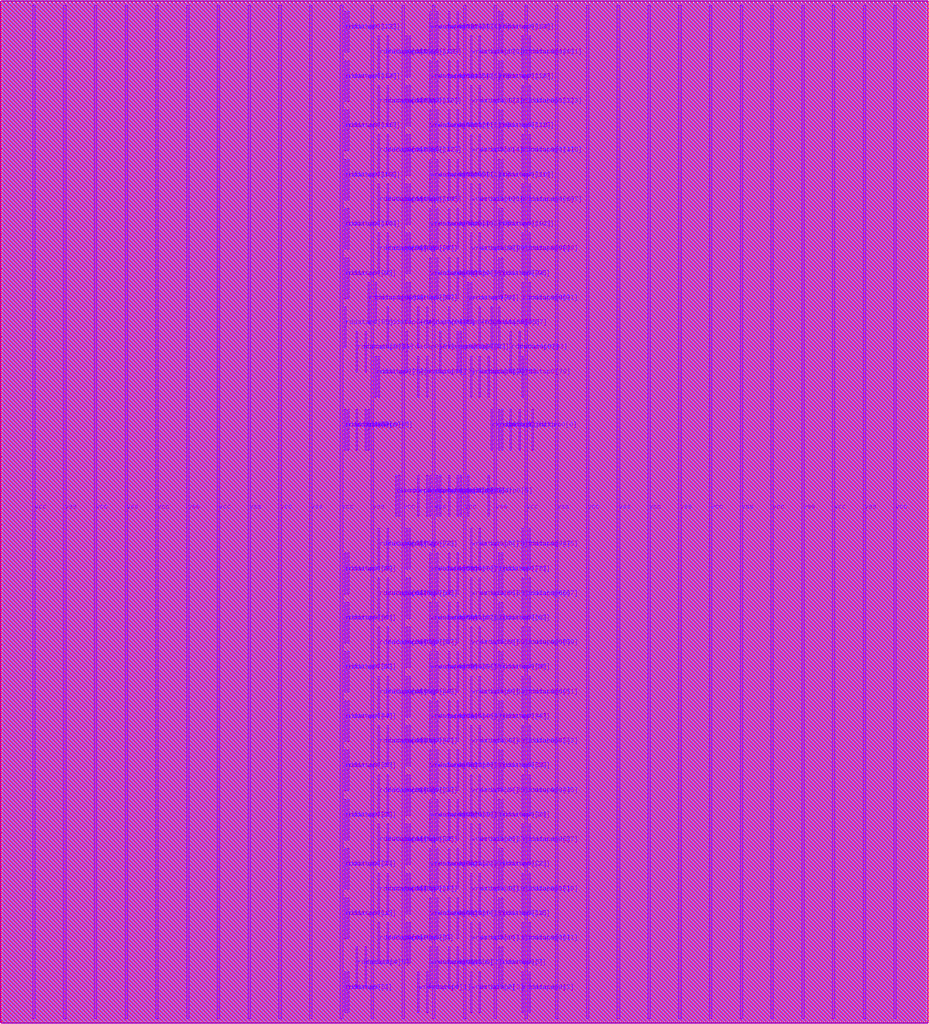
<source format=lef>
VERSION 5.8 ;
BUSBITCHARS "[]" ;
DIVIDERCHAR "/" ;

UNITS
  DATABASE MICRONS 4000 ;
END UNITS

MANUFACTURINGGRID 0.0005 ;

MACRO arf132b064e1r1w0cbbehbaa4acw
  CLASS BLOCK ;
  ORIGIN 0 0 ;
  FOREIGN arf132b064e1r1w0cbbehbaa4acw 0 0 ;
  SIZE 27 BY 29.76 ;
  PIN ckrdp0
    DIRECTION INPUT ;
    USE SIGNAL ;
    PORT
      LAYER m7 ;
        RECT 14.272 16.68 14.316 17.88 ;
    END
  END ckrdp0
  PIN ckwrp0
    DIRECTION INPUT ;
    USE SIGNAL ;
    PORT
      LAYER m7 ;
        RECT 11.484 14.76 11.528 15.96 ;
    END
  END ckwrp0
  PIN rdaddrp0[0]
    DIRECTION INPUT ;
    USE SIGNAL ;
    PORT
      LAYER m7 ;
        RECT 15.472 16.68 15.516 17.88 ;
    END
  END rdaddrp0[0]
  PIN rdaddrp0[1]
    DIRECTION INPUT ;
    USE SIGNAL ;
    PORT
      LAYER m7 ;
        RECT 9.984 16.68 10.028 17.88 ;
    END
  END rdaddrp0[1]
  PIN rdaddrp0[2]
    DIRECTION INPUT ;
    USE SIGNAL ;
    PORT
      LAYER m7 ;
        RECT 10.072 16.68 10.116 17.88 ;
    END
  END rdaddrp0[2]
  PIN rdaddrp0[3]
    DIRECTION INPUT ;
    USE SIGNAL ;
    PORT
      LAYER m7 ;
        RECT 10.328 16.68 10.372 17.88 ;
    END
  END rdaddrp0[3]
  PIN rdaddrp0[4]
    DIRECTION INPUT ;
    USE SIGNAL ;
    PORT
      LAYER m7 ;
        RECT 10.584 16.68 10.628 17.88 ;
    END
  END rdaddrp0[4]
  PIN rdaddrp0[5]
    DIRECTION INPUT ;
    USE SIGNAL ;
    PORT
      LAYER m7 ;
        RECT 10.672 16.68 10.716 17.88 ;
    END
  END rdaddrp0[5]
  PIN rdaddrp0_fd
    DIRECTION INPUT ;
    USE SIGNAL ;
    PORT
      LAYER m7 ;
        RECT 14.484 16.68 14.528 17.88 ;
    END
  END rdaddrp0_fd
  PIN rdaddrp0_rd
    DIRECTION INPUT ;
    USE SIGNAL ;
    PORT
      LAYER m7 ;
        RECT 14.572 16.68 14.616 17.88 ;
    END
  END rdaddrp0_rd
  PIN rddatap0[0]
    DIRECTION OUTPUT ;
    USE SIGNAL ;
    PORT
      LAYER m7 ;
        RECT 9.984 0.24 10.028 1.44 ;
    END
  END rddatap0[0]
  PIN rddatap0[100]
    DIRECTION OUTPUT ;
    USE SIGNAL ;
    PORT
      LAYER m7 ;
        RECT 9.984 22.56 10.028 23.76 ;
    END
  END rddatap0[100]
  PIN rddatap0[101]
    DIRECTION OUTPUT ;
    USE SIGNAL ;
    PORT
      LAYER m7 ;
        RECT 10.072 22.56 10.116 23.76 ;
    END
  END rddatap0[101]
  PIN rddatap0[102]
    DIRECTION OUTPUT ;
    USE SIGNAL ;
    PORT
      LAYER m7 ;
        RECT 14.484 22.56 14.528 23.76 ;
    END
  END rddatap0[102]
  PIN rddatap0[103]
    DIRECTION OUTPUT ;
    USE SIGNAL ;
    PORT
      LAYER m7 ;
        RECT 14.572 22.56 14.616 23.76 ;
    END
  END rddatap0[103]
  PIN rddatap0[104]
    DIRECTION OUTPUT ;
    USE SIGNAL ;
    PORT
      LAYER m7 ;
        RECT 10.972 23.28 11.016 24.48 ;
    END
  END rddatap0[104]
  PIN rddatap0[105]
    DIRECTION OUTPUT ;
    USE SIGNAL ;
    PORT
      LAYER m7 ;
        RECT 11.228 23.28 11.272 24.48 ;
    END
  END rddatap0[105]
  PIN rddatap0[106]
    DIRECTION OUTPUT ;
    USE SIGNAL ;
    PORT
      LAYER m7 ;
        RECT 15.172 23.28 15.216 24.48 ;
    END
  END rddatap0[106]
  PIN rddatap0[107]
    DIRECTION OUTPUT ;
    USE SIGNAL ;
    PORT
      LAYER m7 ;
        RECT 15.384 23.28 15.428 24.48 ;
    END
  END rddatap0[107]
  PIN rddatap0[108]
    DIRECTION OUTPUT ;
    USE SIGNAL ;
    PORT
      LAYER m7 ;
        RECT 9.984 24 10.028 25.2 ;
    END
  END rddatap0[108]
  PIN rddatap0[109]
    DIRECTION OUTPUT ;
    USE SIGNAL ;
    PORT
      LAYER m7 ;
        RECT 10.072 24 10.116 25.2 ;
    END
  END rddatap0[109]
  PIN rddatap0[10]
    DIRECTION OUTPUT ;
    USE SIGNAL ;
    PORT
      LAYER m7 ;
        RECT 15.172 1.68 15.216 2.88 ;
    END
  END rddatap0[10]
  PIN rddatap0[110]
    DIRECTION OUTPUT ;
    USE SIGNAL ;
    PORT
      LAYER m7 ;
        RECT 14.484 24 14.528 25.2 ;
    END
  END rddatap0[110]
  PIN rddatap0[111]
    DIRECTION OUTPUT ;
    USE SIGNAL ;
    PORT
      LAYER m7 ;
        RECT 14.572 24 14.616 25.2 ;
    END
  END rddatap0[111]
  PIN rddatap0[112]
    DIRECTION OUTPUT ;
    USE SIGNAL ;
    PORT
      LAYER m7 ;
        RECT 10.972 24.72 11.016 25.92 ;
    END
  END rddatap0[112]
  PIN rddatap0[113]
    DIRECTION OUTPUT ;
    USE SIGNAL ;
    PORT
      LAYER m7 ;
        RECT 11.228 24.72 11.272 25.92 ;
    END
  END rddatap0[113]
  PIN rddatap0[114]
    DIRECTION OUTPUT ;
    USE SIGNAL ;
    PORT
      LAYER m7 ;
        RECT 15.172 24.72 15.216 25.92 ;
    END
  END rddatap0[114]
  PIN rddatap0[115]
    DIRECTION OUTPUT ;
    USE SIGNAL ;
    PORT
      LAYER m7 ;
        RECT 15.384 24.72 15.428 25.92 ;
    END
  END rddatap0[115]
  PIN rddatap0[116]
    DIRECTION OUTPUT ;
    USE SIGNAL ;
    PORT
      LAYER m7 ;
        RECT 9.984 25.44 10.028 26.64 ;
    END
  END rddatap0[116]
  PIN rddatap0[117]
    DIRECTION OUTPUT ;
    USE SIGNAL ;
    PORT
      LAYER m7 ;
        RECT 10.072 25.44 10.116 26.64 ;
    END
  END rddatap0[117]
  PIN rddatap0[118]
    DIRECTION OUTPUT ;
    USE SIGNAL ;
    PORT
      LAYER m7 ;
        RECT 14.484 25.44 14.528 26.64 ;
    END
  END rddatap0[118]
  PIN rddatap0[119]
    DIRECTION OUTPUT ;
    USE SIGNAL ;
    PORT
      LAYER m7 ;
        RECT 14.572 25.44 14.616 26.64 ;
    END
  END rddatap0[119]
  PIN rddatap0[11]
    DIRECTION OUTPUT ;
    USE SIGNAL ;
    PORT
      LAYER m7 ;
        RECT 15.384 1.68 15.428 2.88 ;
    END
  END rddatap0[11]
  PIN rddatap0[120]
    DIRECTION OUTPUT ;
    USE SIGNAL ;
    PORT
      LAYER m7 ;
        RECT 10.972 26.16 11.016 27.36 ;
    END
  END rddatap0[120]
  PIN rddatap0[121]
    DIRECTION OUTPUT ;
    USE SIGNAL ;
    PORT
      LAYER m7 ;
        RECT 11.228 26.16 11.272 27.36 ;
    END
  END rddatap0[121]
  PIN rddatap0[122]
    DIRECTION OUTPUT ;
    USE SIGNAL ;
    PORT
      LAYER m7 ;
        RECT 15.172 26.16 15.216 27.36 ;
    END
  END rddatap0[122]
  PIN rddatap0[123]
    DIRECTION OUTPUT ;
    USE SIGNAL ;
    PORT
      LAYER m7 ;
        RECT 15.384 26.16 15.428 27.36 ;
    END
  END rddatap0[123]
  PIN rddatap0[124]
    DIRECTION OUTPUT ;
    USE SIGNAL ;
    PORT
      LAYER m7 ;
        RECT 9.984 26.88 10.028 28.08 ;
    END
  END rddatap0[124]
  PIN rddatap0[125]
    DIRECTION OUTPUT ;
    USE SIGNAL ;
    PORT
      LAYER m7 ;
        RECT 10.072 26.88 10.116 28.08 ;
    END
  END rddatap0[125]
  PIN rddatap0[126]
    DIRECTION OUTPUT ;
    USE SIGNAL ;
    PORT
      LAYER m7 ;
        RECT 14.484 26.88 14.528 28.08 ;
    END
  END rddatap0[126]
  PIN rddatap0[127]
    DIRECTION OUTPUT ;
    USE SIGNAL ;
    PORT
      LAYER m7 ;
        RECT 14.572 26.88 14.616 28.08 ;
    END
  END rddatap0[127]
  PIN rddatap0[128]
    DIRECTION OUTPUT ;
    USE SIGNAL ;
    PORT
      LAYER m7 ;
        RECT 10.972 27.6 11.016 28.8 ;
    END
  END rddatap0[128]
  PIN rddatap0[129]
    DIRECTION OUTPUT ;
    USE SIGNAL ;
    PORT
      LAYER m7 ;
        RECT 11.228 27.6 11.272 28.8 ;
    END
  END rddatap0[129]
  PIN rddatap0[12]
    DIRECTION OUTPUT ;
    USE SIGNAL ;
    PORT
      LAYER m7 ;
        RECT 9.984 2.4 10.028 3.6 ;
    END
  END rddatap0[12]
  PIN rddatap0[130]
    DIRECTION OUTPUT ;
    USE SIGNAL ;
    PORT
      LAYER m7 ;
        RECT 15.172 27.6 15.216 28.8 ;
    END
  END rddatap0[130]
  PIN rddatap0[131]
    DIRECTION OUTPUT ;
    USE SIGNAL ;
    PORT
      LAYER m7 ;
        RECT 15.384 27.6 15.428 28.8 ;
    END
  END rddatap0[131]
  PIN rddatap0[132]
    DIRECTION OUTPUT ;
    USE SIGNAL ;
    PORT
      LAYER m7 ;
        RECT 9.984 28.32 10.028 29.52 ;
    END
  END rddatap0[132]
  PIN rddatap0[133]
    DIRECTION OUTPUT ;
    USE SIGNAL ;
    PORT
      LAYER m7 ;
        RECT 10.072 28.32 10.116 29.52 ;
    END
  END rddatap0[133]
  PIN rddatap0[134]
    DIRECTION OUTPUT ;
    USE SIGNAL ;
    PORT
      LAYER m7 ;
        RECT 14.484 28.32 14.528 29.52 ;
    END
  END rddatap0[134]
  PIN rddatap0[135]
    DIRECTION OUTPUT ;
    USE SIGNAL ;
    PORT
      LAYER m7 ;
        RECT 14.572 28.32 14.616 29.52 ;
    END
  END rddatap0[135]
  PIN rddatap0[13]
    DIRECTION OUTPUT ;
    USE SIGNAL ;
    PORT
      LAYER m7 ;
        RECT 10.072 2.4 10.116 3.6 ;
    END
  END rddatap0[13]
  PIN rddatap0[14]
    DIRECTION OUTPUT ;
    USE SIGNAL ;
    PORT
      LAYER m7 ;
        RECT 14.484 2.4 14.528 3.6 ;
    END
  END rddatap0[14]
  PIN rddatap0[15]
    DIRECTION OUTPUT ;
    USE SIGNAL ;
    PORT
      LAYER m7 ;
        RECT 14.572 2.4 14.616 3.6 ;
    END
  END rddatap0[15]
  PIN rddatap0[16]
    DIRECTION OUTPUT ;
    USE SIGNAL ;
    PORT
      LAYER m7 ;
        RECT 10.972 3.12 11.016 4.32 ;
    END
  END rddatap0[16]
  PIN rddatap0[17]
    DIRECTION OUTPUT ;
    USE SIGNAL ;
    PORT
      LAYER m7 ;
        RECT 11.228 3.12 11.272 4.32 ;
    END
  END rddatap0[17]
  PIN rddatap0[18]
    DIRECTION OUTPUT ;
    USE SIGNAL ;
    PORT
      LAYER m7 ;
        RECT 15.172 3.12 15.216 4.32 ;
    END
  END rddatap0[18]
  PIN rddatap0[19]
    DIRECTION OUTPUT ;
    USE SIGNAL ;
    PORT
      LAYER m7 ;
        RECT 15.384 3.12 15.428 4.32 ;
    END
  END rddatap0[19]
  PIN rddatap0[1]
    DIRECTION OUTPUT ;
    USE SIGNAL ;
    PORT
      LAYER m7 ;
        RECT 10.072 0.24 10.116 1.44 ;
    END
  END rddatap0[1]
  PIN rddatap0[20]
    DIRECTION OUTPUT ;
    USE SIGNAL ;
    PORT
      LAYER m7 ;
        RECT 9.984 3.84 10.028 5.04 ;
    END
  END rddatap0[20]
  PIN rddatap0[21]
    DIRECTION OUTPUT ;
    USE SIGNAL ;
    PORT
      LAYER m7 ;
        RECT 10.072 3.84 10.116 5.04 ;
    END
  END rddatap0[21]
  PIN rddatap0[22]
    DIRECTION OUTPUT ;
    USE SIGNAL ;
    PORT
      LAYER m7 ;
        RECT 14.484 3.84 14.528 5.04 ;
    END
  END rddatap0[22]
  PIN rddatap0[23]
    DIRECTION OUTPUT ;
    USE SIGNAL ;
    PORT
      LAYER m7 ;
        RECT 14.572 3.84 14.616 5.04 ;
    END
  END rddatap0[23]
  PIN rddatap0[24]
    DIRECTION OUTPUT ;
    USE SIGNAL ;
    PORT
      LAYER m7 ;
        RECT 10.972 4.56 11.016 5.76 ;
    END
  END rddatap0[24]
  PIN rddatap0[25]
    DIRECTION OUTPUT ;
    USE SIGNAL ;
    PORT
      LAYER m7 ;
        RECT 11.228 4.56 11.272 5.76 ;
    END
  END rddatap0[25]
  PIN rddatap0[26]
    DIRECTION OUTPUT ;
    USE SIGNAL ;
    PORT
      LAYER m7 ;
        RECT 15.172 4.56 15.216 5.76 ;
    END
  END rddatap0[26]
  PIN rddatap0[27]
    DIRECTION OUTPUT ;
    USE SIGNAL ;
    PORT
      LAYER m7 ;
        RECT 15.384 4.56 15.428 5.76 ;
    END
  END rddatap0[27]
  PIN rddatap0[28]
    DIRECTION OUTPUT ;
    USE SIGNAL ;
    PORT
      LAYER m7 ;
        RECT 9.984 5.28 10.028 6.48 ;
    END
  END rddatap0[28]
  PIN rddatap0[29]
    DIRECTION OUTPUT ;
    USE SIGNAL ;
    PORT
      LAYER m7 ;
        RECT 10.072 5.28 10.116 6.48 ;
    END
  END rddatap0[29]
  PIN rddatap0[2]
    DIRECTION OUTPUT ;
    USE SIGNAL ;
    PORT
      LAYER m7 ;
        RECT 15.172 0.24 15.216 1.44 ;
    END
  END rddatap0[2]
  PIN rddatap0[30]
    DIRECTION OUTPUT ;
    USE SIGNAL ;
    PORT
      LAYER m7 ;
        RECT 14.484 5.28 14.528 6.48 ;
    END
  END rddatap0[30]
  PIN rddatap0[31]
    DIRECTION OUTPUT ;
    USE SIGNAL ;
    PORT
      LAYER m7 ;
        RECT 14.572 5.28 14.616 6.48 ;
    END
  END rddatap0[31]
  PIN rddatap0[32]
    DIRECTION OUTPUT ;
    USE SIGNAL ;
    PORT
      LAYER m7 ;
        RECT 10.972 6 11.016 7.2 ;
    END
  END rddatap0[32]
  PIN rddatap0[33]
    DIRECTION OUTPUT ;
    USE SIGNAL ;
    PORT
      LAYER m7 ;
        RECT 11.228 6 11.272 7.2 ;
    END
  END rddatap0[33]
  PIN rddatap0[34]
    DIRECTION OUTPUT ;
    USE SIGNAL ;
    PORT
      LAYER m7 ;
        RECT 15.172 6 15.216 7.2 ;
    END
  END rddatap0[34]
  PIN rddatap0[35]
    DIRECTION OUTPUT ;
    USE SIGNAL ;
    PORT
      LAYER m7 ;
        RECT 15.384 6 15.428 7.2 ;
    END
  END rddatap0[35]
  PIN rddatap0[36]
    DIRECTION OUTPUT ;
    USE SIGNAL ;
    PORT
      LAYER m7 ;
        RECT 9.984 6.72 10.028 7.92 ;
    END
  END rddatap0[36]
  PIN rddatap0[37]
    DIRECTION OUTPUT ;
    USE SIGNAL ;
    PORT
      LAYER m7 ;
        RECT 10.072 6.72 10.116 7.92 ;
    END
  END rddatap0[37]
  PIN rddatap0[38]
    DIRECTION OUTPUT ;
    USE SIGNAL ;
    PORT
      LAYER m7 ;
        RECT 14.484 6.72 14.528 7.92 ;
    END
  END rddatap0[38]
  PIN rddatap0[39]
    DIRECTION OUTPUT ;
    USE SIGNAL ;
    PORT
      LAYER m7 ;
        RECT 14.572 6.72 14.616 7.92 ;
    END
  END rddatap0[39]
  PIN rddatap0[3]
    DIRECTION OUTPUT ;
    USE SIGNAL ;
    PORT
      LAYER m7 ;
        RECT 15.384 0.24 15.428 1.44 ;
    END
  END rddatap0[3]
  PIN rddatap0[40]
    DIRECTION OUTPUT ;
    USE SIGNAL ;
    PORT
      LAYER m7 ;
        RECT 10.972 7.44 11.016 8.64 ;
    END
  END rddatap0[40]
  PIN rddatap0[41]
    DIRECTION OUTPUT ;
    USE SIGNAL ;
    PORT
      LAYER m7 ;
        RECT 11.228 7.44 11.272 8.64 ;
    END
  END rddatap0[41]
  PIN rddatap0[42]
    DIRECTION OUTPUT ;
    USE SIGNAL ;
    PORT
      LAYER m7 ;
        RECT 15.172 7.44 15.216 8.64 ;
    END
  END rddatap0[42]
  PIN rddatap0[43]
    DIRECTION OUTPUT ;
    USE SIGNAL ;
    PORT
      LAYER m7 ;
        RECT 15.384 7.44 15.428 8.64 ;
    END
  END rddatap0[43]
  PIN rddatap0[44]
    DIRECTION OUTPUT ;
    USE SIGNAL ;
    PORT
      LAYER m7 ;
        RECT 9.984 8.16 10.028 9.36 ;
    END
  END rddatap0[44]
  PIN rddatap0[45]
    DIRECTION OUTPUT ;
    USE SIGNAL ;
    PORT
      LAYER m7 ;
        RECT 10.072 8.16 10.116 9.36 ;
    END
  END rddatap0[45]
  PIN rddatap0[46]
    DIRECTION OUTPUT ;
    USE SIGNAL ;
    PORT
      LAYER m7 ;
        RECT 14.484 8.16 14.528 9.36 ;
    END
  END rddatap0[46]
  PIN rddatap0[47]
    DIRECTION OUTPUT ;
    USE SIGNAL ;
    PORT
      LAYER m7 ;
        RECT 14.572 8.16 14.616 9.36 ;
    END
  END rddatap0[47]
  PIN rddatap0[48]
    DIRECTION OUTPUT ;
    USE SIGNAL ;
    PORT
      LAYER m7 ;
        RECT 10.972 8.88 11.016 10.08 ;
    END
  END rddatap0[48]
  PIN rddatap0[49]
    DIRECTION OUTPUT ;
    USE SIGNAL ;
    PORT
      LAYER m7 ;
        RECT 11.228 8.88 11.272 10.08 ;
    END
  END rddatap0[49]
  PIN rddatap0[4]
    DIRECTION OUTPUT ;
    USE SIGNAL ;
    PORT
      LAYER m7 ;
        RECT 10.328 0.96 10.372 2.16 ;
    END
  END rddatap0[4]
  PIN rddatap0[50]
    DIRECTION OUTPUT ;
    USE SIGNAL ;
    PORT
      LAYER m7 ;
        RECT 15.172 8.88 15.216 10.08 ;
    END
  END rddatap0[50]
  PIN rddatap0[51]
    DIRECTION OUTPUT ;
    USE SIGNAL ;
    PORT
      LAYER m7 ;
        RECT 15.384 8.88 15.428 10.08 ;
    END
  END rddatap0[51]
  PIN rddatap0[52]
    DIRECTION OUTPUT ;
    USE SIGNAL ;
    PORT
      LAYER m7 ;
        RECT 9.984 9.6 10.028 10.8 ;
    END
  END rddatap0[52]
  PIN rddatap0[53]
    DIRECTION OUTPUT ;
    USE SIGNAL ;
    PORT
      LAYER m7 ;
        RECT 10.072 9.6 10.116 10.8 ;
    END
  END rddatap0[53]
  PIN rddatap0[54]
    DIRECTION OUTPUT ;
    USE SIGNAL ;
    PORT
      LAYER m7 ;
        RECT 14.484 9.6 14.528 10.8 ;
    END
  END rddatap0[54]
  PIN rddatap0[55]
    DIRECTION OUTPUT ;
    USE SIGNAL ;
    PORT
      LAYER m7 ;
        RECT 14.572 9.6 14.616 10.8 ;
    END
  END rddatap0[55]
  PIN rddatap0[56]
    DIRECTION OUTPUT ;
    USE SIGNAL ;
    PORT
      LAYER m7 ;
        RECT 10.972 10.32 11.016 11.52 ;
    END
  END rddatap0[56]
  PIN rddatap0[57]
    DIRECTION OUTPUT ;
    USE SIGNAL ;
    PORT
      LAYER m7 ;
        RECT 11.228 10.32 11.272 11.52 ;
    END
  END rddatap0[57]
  PIN rddatap0[58]
    DIRECTION OUTPUT ;
    USE SIGNAL ;
    PORT
      LAYER m7 ;
        RECT 15.172 10.32 15.216 11.52 ;
    END
  END rddatap0[58]
  PIN rddatap0[59]
    DIRECTION OUTPUT ;
    USE SIGNAL ;
    PORT
      LAYER m7 ;
        RECT 15.384 10.32 15.428 11.52 ;
    END
  END rddatap0[59]
  PIN rddatap0[5]
    DIRECTION OUTPUT ;
    USE SIGNAL ;
    PORT
      LAYER m7 ;
        RECT 10.584 0.96 10.628 2.16 ;
    END
  END rddatap0[5]
  PIN rddatap0[60]
    DIRECTION OUTPUT ;
    USE SIGNAL ;
    PORT
      LAYER m7 ;
        RECT 9.984 11.04 10.028 12.24 ;
    END
  END rddatap0[60]
  PIN rddatap0[61]
    DIRECTION OUTPUT ;
    USE SIGNAL ;
    PORT
      LAYER m7 ;
        RECT 10.072 11.04 10.116 12.24 ;
    END
  END rddatap0[61]
  PIN rddatap0[62]
    DIRECTION OUTPUT ;
    USE SIGNAL ;
    PORT
      LAYER m7 ;
        RECT 14.484 11.04 14.528 12.24 ;
    END
  END rddatap0[62]
  PIN rddatap0[63]
    DIRECTION OUTPUT ;
    USE SIGNAL ;
    PORT
      LAYER m7 ;
        RECT 14.572 11.04 14.616 12.24 ;
    END
  END rddatap0[63]
  PIN rddatap0[64]
    DIRECTION OUTPUT ;
    USE SIGNAL ;
    PORT
      LAYER m7 ;
        RECT 10.972 11.76 11.016 12.96 ;
    END
  END rddatap0[64]
  PIN rddatap0[65]
    DIRECTION OUTPUT ;
    USE SIGNAL ;
    PORT
      LAYER m7 ;
        RECT 11.228 11.76 11.272 12.96 ;
    END
  END rddatap0[65]
  PIN rddatap0[66]
    DIRECTION OUTPUT ;
    USE SIGNAL ;
    PORT
      LAYER m7 ;
        RECT 15.172 11.76 15.216 12.96 ;
    END
  END rddatap0[66]
  PIN rddatap0[67]
    DIRECTION OUTPUT ;
    USE SIGNAL ;
    PORT
      LAYER m7 ;
        RECT 15.384 11.76 15.428 12.96 ;
    END
  END rddatap0[67]
  PIN rddatap0[68]
    DIRECTION OUTPUT ;
    USE SIGNAL ;
    PORT
      LAYER m7 ;
        RECT 9.984 12.48 10.028 13.68 ;
    END
  END rddatap0[68]
  PIN rddatap0[69]
    DIRECTION OUTPUT ;
    USE SIGNAL ;
    PORT
      LAYER m7 ;
        RECT 10.072 12.48 10.116 13.68 ;
    END
  END rddatap0[69]
  PIN rddatap0[6]
    DIRECTION OUTPUT ;
    USE SIGNAL ;
    PORT
      LAYER m7 ;
        RECT 14.484 0.96 14.528 2.16 ;
    END
  END rddatap0[6]
  PIN rddatap0[70]
    DIRECTION OUTPUT ;
    USE SIGNAL ;
    PORT
      LAYER m7 ;
        RECT 14.484 12.48 14.528 13.68 ;
    END
  END rddatap0[70]
  PIN rddatap0[71]
    DIRECTION OUTPUT ;
    USE SIGNAL ;
    PORT
      LAYER m7 ;
        RECT 14.572 12.48 14.616 13.68 ;
    END
  END rddatap0[71]
  PIN rddatap0[72]
    DIRECTION OUTPUT ;
    USE SIGNAL ;
    PORT
      LAYER m7 ;
        RECT 10.972 13.2 11.016 14.4 ;
    END
  END rddatap0[72]
  PIN rddatap0[73]
    DIRECTION OUTPUT ;
    USE SIGNAL ;
    PORT
      LAYER m7 ;
        RECT 11.228 13.2 11.272 14.4 ;
    END
  END rddatap0[73]
  PIN rddatap0[74]
    DIRECTION OUTPUT ;
    USE SIGNAL ;
    PORT
      LAYER m7 ;
        RECT 15.172 13.2 15.216 14.4 ;
    END
  END rddatap0[74]
  PIN rddatap0[75]
    DIRECTION OUTPUT ;
    USE SIGNAL ;
    PORT
      LAYER m7 ;
        RECT 15.384 13.2 15.428 14.4 ;
    END
  END rddatap0[75]
  PIN rddatap0[76]
    DIRECTION OUTPUT ;
    USE SIGNAL ;
    PORT
      LAYER m7 ;
        RECT 10.884 18.24 10.928 19.44 ;
    END
  END rddatap0[76]
  PIN rddatap0[77]
    DIRECTION OUTPUT ;
    USE SIGNAL ;
    PORT
      LAYER m7 ;
        RECT 10.972 18.24 11.016 19.44 ;
    END
  END rddatap0[77]
  PIN rddatap0[78]
    DIRECTION OUTPUT ;
    USE SIGNAL ;
    PORT
      LAYER m7 ;
        RECT 14.184 18.24 14.228 19.44 ;
    END
  END rddatap0[78]
  PIN rddatap0[79]
    DIRECTION OUTPUT ;
    USE SIGNAL ;
    PORT
      LAYER m7 ;
        RECT 15.172 18.24 15.216 19.44 ;
    END
  END rddatap0[79]
  PIN rddatap0[7]
    DIRECTION OUTPUT ;
    USE SIGNAL ;
    PORT
      LAYER m7 ;
        RECT 14.572 0.96 14.616 2.16 ;
    END
  END rddatap0[7]
  PIN rddatap0[80]
    DIRECTION OUTPUT ;
    USE SIGNAL ;
    PORT
      LAYER m7 ;
        RECT 10.328 18.96 10.372 20.16 ;
    END
  END rddatap0[80]
  PIN rddatap0[81]
    DIRECTION OUTPUT ;
    USE SIGNAL ;
    PORT
      LAYER m7 ;
        RECT 10.584 18.96 10.628 20.16 ;
    END
  END rddatap0[81]
  PIN rddatap0[82]
    DIRECTION OUTPUT ;
    USE SIGNAL ;
    PORT
      LAYER m7 ;
        RECT 14.828 18.96 14.872 20.16 ;
    END
  END rddatap0[82]
  PIN rddatap0[83]
    DIRECTION OUTPUT ;
    USE SIGNAL ;
    PORT
      LAYER m7 ;
        RECT 15.084 18.96 15.128 20.16 ;
    END
  END rddatap0[83]
  PIN rddatap0[84]
    DIRECTION OUTPUT ;
    USE SIGNAL ;
    PORT
      LAYER m7 ;
        RECT 11.228 19.68 11.272 20.88 ;
    END
  END rddatap0[84]
  PIN rddatap0[85]
    DIRECTION OUTPUT ;
    USE SIGNAL ;
    PORT
      LAYER m7 ;
        RECT 9.984 19.68 10.028 20.88 ;
    END
  END rddatap0[85]
  PIN rddatap0[86]
    DIRECTION OUTPUT ;
    USE SIGNAL ;
    PORT
      LAYER m7 ;
        RECT 14.272 19.68 14.316 20.88 ;
    END
  END rddatap0[86]
  PIN rddatap0[87]
    DIRECTION OUTPUT ;
    USE SIGNAL ;
    PORT
      LAYER m7 ;
        RECT 14.484 19.68 14.528 20.88 ;
    END
  END rddatap0[87]
  PIN rddatap0[88]
    DIRECTION OUTPUT ;
    USE SIGNAL ;
    PORT
      LAYER m7 ;
        RECT 10.672 20.4 10.716 21.6 ;
    END
  END rddatap0[88]
  PIN rddatap0[89]
    DIRECTION OUTPUT ;
    USE SIGNAL ;
    PORT
      LAYER m7 ;
        RECT 10.884 20.4 10.928 21.6 ;
    END
  END rddatap0[89]
  PIN rddatap0[8]
    DIRECTION OUTPUT ;
    USE SIGNAL ;
    PORT
      LAYER m7 ;
        RECT 10.972 1.68 11.016 2.88 ;
    END
  END rddatap0[8]
  PIN rddatap0[90]
    DIRECTION OUTPUT ;
    USE SIGNAL ;
    PORT
      LAYER m7 ;
        RECT 15.172 20.4 15.216 21.6 ;
    END
  END rddatap0[90]
  PIN rddatap0[91]
    DIRECTION OUTPUT ;
    USE SIGNAL ;
    PORT
      LAYER m7 ;
        RECT 15.384 20.4 15.428 21.6 ;
    END
  END rddatap0[91]
  PIN rddatap0[92]
    DIRECTION OUTPUT ;
    USE SIGNAL ;
    PORT
      LAYER m7 ;
        RECT 9.984 21.12 10.028 22.32 ;
    END
  END rddatap0[92]
  PIN rddatap0[93]
    DIRECTION OUTPUT ;
    USE SIGNAL ;
    PORT
      LAYER m7 ;
        RECT 10.072 21.12 10.116 22.32 ;
    END
  END rddatap0[93]
  PIN rddatap0[94]
    DIRECTION OUTPUT ;
    USE SIGNAL ;
    PORT
      LAYER m7 ;
        RECT 14.484 21.12 14.528 22.32 ;
    END
  END rddatap0[94]
  PIN rddatap0[95]
    DIRECTION OUTPUT ;
    USE SIGNAL ;
    PORT
      LAYER m7 ;
        RECT 14.572 21.12 14.616 22.32 ;
    END
  END rddatap0[95]
  PIN rddatap0[96]
    DIRECTION OUTPUT ;
    USE SIGNAL ;
    PORT
      LAYER m7 ;
        RECT 10.972 21.84 11.016 23.04 ;
    END
  END rddatap0[96]
  PIN rddatap0[97]
    DIRECTION OUTPUT ;
    USE SIGNAL ;
    PORT
      LAYER m7 ;
        RECT 11.228 21.84 11.272 23.04 ;
    END
  END rddatap0[97]
  PIN rddatap0[98]
    DIRECTION OUTPUT ;
    USE SIGNAL ;
    PORT
      LAYER m7 ;
        RECT 15.172 21.84 15.216 23.04 ;
    END
  END rddatap0[98]
  PIN rddatap0[99]
    DIRECTION OUTPUT ;
    USE SIGNAL ;
    PORT
      LAYER m7 ;
        RECT 15.384 21.84 15.428 23.04 ;
    END
  END rddatap0[99]
  PIN rddatap0[9]
    DIRECTION OUTPUT ;
    USE SIGNAL ;
    PORT
      LAYER m7 ;
        RECT 11.228 1.68 11.272 2.88 ;
    END
  END rddatap0[9]
  PIN rdenp0
    DIRECTION INPUT ;
    USE SIGNAL ;
    PORT
      LAYER m7 ;
        RECT 14.828 16.68 14.872 17.88 ;
    END
  END rdenp0
  PIN sdl_initp0
    DIRECTION INPUT ;
    USE SIGNAL ;
    PORT
      LAYER m7 ;
        RECT 15.084 16.68 15.128 17.88 ;
    END
  END sdl_initp0
  PIN vcc
    DIRECTION INPUT ;
    USE POWER ;
    PORT
      LAYER m7 ;
        RECT 26.062 0.06 26.138 29.7 ;
    END
    PORT
      LAYER m7 ;
        RECT 24.262 0.06 24.338 29.7 ;
    END
    PORT
      LAYER m7 ;
        RECT 22.462 0.06 22.538 29.7 ;
    END
    PORT
      LAYER m7 ;
        RECT 20.662 0.06 20.738 29.7 ;
    END
    PORT
      LAYER m7 ;
        RECT 18.862 0.06 18.938 29.7 ;
    END
    PORT
      LAYER m7 ;
        RECT 17.062 0.06 17.138 29.7 ;
    END
    PORT
      LAYER m7 ;
        RECT 15.262 0.06 15.338 29.7 ;
    END
    PORT
      LAYER m7 ;
        RECT 13.462 0.06 13.538 29.7 ;
    END
    PORT
      LAYER m7 ;
        RECT 11.662 0.06 11.738 29.7 ;
    END
    PORT
      LAYER m7 ;
        RECT 9.862 0.06 9.938 29.7 ;
    END
    PORT
      LAYER m7 ;
        RECT 8.062 0.06 8.138 29.7 ;
    END
    PORT
      LAYER m7 ;
        RECT 6.262 0.06 6.338 29.7 ;
    END
    PORT
      LAYER m7 ;
        RECT 4.462 0.06 4.538 29.7 ;
    END
    PORT
      LAYER m7 ;
        RECT 2.662 0.06 2.738 29.7 ;
    END
    PORT
      LAYER m7 ;
        RECT 0.862 0.06 0.938 29.7 ;
    END
  END vcc
  PIN vss
    DIRECTION INOUT ;
    USE GROUND ;
    PORT
      LAYER m7 ;
        RECT 25.162 0.06 25.238 29.7 ;
    END
    PORT
      LAYER m7 ;
        RECT 23.362 0.06 23.438 29.7 ;
    END
    PORT
      LAYER m7 ;
        RECT 21.562 0.06 21.638 29.7 ;
    END
    PORT
      LAYER m7 ;
        RECT 19.762 0.06 19.838 29.7 ;
    END
    PORT
      LAYER m7 ;
        RECT 17.962 0.06 18.038 29.7 ;
    END
    PORT
      LAYER m7 ;
        RECT 16.162 0.06 16.238 29.7 ;
    END
    PORT
      LAYER m7 ;
        RECT 14.362 0.06 14.438 29.7 ;
    END
    PORT
      LAYER m7 ;
        RECT 12.562 0.06 12.638 29.7 ;
    END
    PORT
      LAYER m7 ;
        RECT 10.762 0.06 10.838 29.7 ;
    END
    PORT
      LAYER m7 ;
        RECT 8.962 0.06 9.038 29.7 ;
    END
    PORT
      LAYER m7 ;
        RECT 7.162 0.06 7.238 29.7 ;
    END
    PORT
      LAYER m7 ;
        RECT 5.362 0.06 5.438 29.7 ;
    END
    PORT
      LAYER m7 ;
        RECT 3.562 0.06 3.638 29.7 ;
    END
    PORT
      LAYER m7 ;
        RECT 1.762 0.06 1.838 29.7 ;
    END
  END vss
  PIN wraddrp0[0]
    DIRECTION INPUT ;
    USE SIGNAL ;
    PORT
      LAYER m7 ;
        RECT 12.772 14.76 12.816 15.96 ;
    END
  END wraddrp0[0]
  PIN wraddrp0[1]
    DIRECTION INPUT ;
    USE SIGNAL ;
    PORT
      LAYER m7 ;
        RECT 13.028 14.76 13.072 15.96 ;
    END
  END wraddrp0[1]
  PIN wraddrp0[2]
    DIRECTION INPUT ;
    USE SIGNAL ;
    PORT
      LAYER m7 ;
        RECT 13.284 14.76 13.328 15.96 ;
    END
  END wraddrp0[2]
  PIN wraddrp0[3]
    DIRECTION INPUT ;
    USE SIGNAL ;
    PORT
      LAYER m7 ;
        RECT 13.372 14.76 13.416 15.96 ;
    END
  END wraddrp0[3]
  PIN wraddrp0[4]
    DIRECTION INPUT ;
    USE SIGNAL ;
    PORT
      LAYER m7 ;
        RECT 13.584 14.76 13.628 15.96 ;
    END
  END wraddrp0[4]
  PIN wraddrp0[5]
    DIRECTION INPUT ;
    USE SIGNAL ;
    PORT
      LAYER m7 ;
        RECT 14.184 14.76 14.228 15.96 ;
    END
  END wraddrp0[5]
  PIN wraddrp0_fd
    DIRECTION INPUT ;
    USE SIGNAL ;
    PORT
      LAYER m7 ;
        RECT 11.572 14.76 11.616 15.96 ;
    END
  END wraddrp0_fd
  PIN wraddrp0_rd
    DIRECTION INPUT ;
    USE SIGNAL ;
    PORT
      LAYER m7 ;
        RECT 12.128 14.76 12.172 15.96 ;
    END
  END wraddrp0_rd
  PIN wrdatap0[0]
    DIRECTION INPUT ;
    USE SIGNAL ;
    PORT
      LAYER m7 ;
        RECT 12.128 0.24 12.172 1.44 ;
    END
  END wrdatap0[0]
  PIN wrdatap0[100]
    DIRECTION INPUT ;
    USE SIGNAL ;
    PORT
      LAYER m7 ;
        RECT 12.472 22.56 12.516 23.76 ;
    END
  END wrdatap0[100]
  PIN wrdatap0[101]
    DIRECTION INPUT ;
    USE SIGNAL ;
    PORT
      LAYER m7 ;
        RECT 12.684 22.56 12.728 23.76 ;
    END
  END wrdatap0[101]
  PIN wrdatap0[102]
    DIRECTION INPUT ;
    USE SIGNAL ;
    PORT
      LAYER m7 ;
        RECT 13.028 22.56 13.072 23.76 ;
    END
  END wrdatap0[102]
  PIN wrdatap0[103]
    DIRECTION INPUT ;
    USE SIGNAL ;
    PORT
      LAYER m7 ;
        RECT 13.284 22.56 13.328 23.76 ;
    END
  END wrdatap0[103]
  PIN wrdatap0[104]
    DIRECTION INPUT ;
    USE SIGNAL ;
    PORT
      LAYER m7 ;
        RECT 11.784 23.28 11.828 24.48 ;
    END
  END wrdatap0[104]
  PIN wrdatap0[105]
    DIRECTION INPUT ;
    USE SIGNAL ;
    PORT
      LAYER m7 ;
        RECT 11.872 23.28 11.916 24.48 ;
    END
  END wrdatap0[105]
  PIN wrdatap0[106]
    DIRECTION INPUT ;
    USE SIGNAL ;
    PORT
      LAYER m7 ;
        RECT 13.672 23.28 13.716 24.48 ;
    END
  END wrdatap0[106]
  PIN wrdatap0[107]
    DIRECTION INPUT ;
    USE SIGNAL ;
    PORT
      LAYER m7 ;
        RECT 13.928 23.28 13.972 24.48 ;
    END
  END wrdatap0[107]
  PIN wrdatap0[108]
    DIRECTION INPUT ;
    USE SIGNAL ;
    PORT
      LAYER m7 ;
        RECT 12.472 24 12.516 25.2 ;
    END
  END wrdatap0[108]
  PIN wrdatap0[109]
    DIRECTION INPUT ;
    USE SIGNAL ;
    PORT
      LAYER m7 ;
        RECT 12.684 24 12.728 25.2 ;
    END
  END wrdatap0[109]
  PIN wrdatap0[10]
    DIRECTION INPUT ;
    USE SIGNAL ;
    PORT
      LAYER m7 ;
        RECT 13.672 1.68 13.716 2.88 ;
    END
  END wrdatap0[10]
  PIN wrdatap0[110]
    DIRECTION INPUT ;
    USE SIGNAL ;
    PORT
      LAYER m7 ;
        RECT 13.028 24 13.072 25.2 ;
    END
  END wrdatap0[110]
  PIN wrdatap0[111]
    DIRECTION INPUT ;
    USE SIGNAL ;
    PORT
      LAYER m7 ;
        RECT 13.284 24 13.328 25.2 ;
    END
  END wrdatap0[111]
  PIN wrdatap0[112]
    DIRECTION INPUT ;
    USE SIGNAL ;
    PORT
      LAYER m7 ;
        RECT 11.784 24.72 11.828 25.92 ;
    END
  END wrdatap0[112]
  PIN wrdatap0[113]
    DIRECTION INPUT ;
    USE SIGNAL ;
    PORT
      LAYER m7 ;
        RECT 11.872 24.72 11.916 25.92 ;
    END
  END wrdatap0[113]
  PIN wrdatap0[114]
    DIRECTION INPUT ;
    USE SIGNAL ;
    PORT
      LAYER m7 ;
        RECT 13.672 24.72 13.716 25.92 ;
    END
  END wrdatap0[114]
  PIN wrdatap0[115]
    DIRECTION INPUT ;
    USE SIGNAL ;
    PORT
      LAYER m7 ;
        RECT 13.928 24.72 13.972 25.92 ;
    END
  END wrdatap0[115]
  PIN wrdatap0[116]
    DIRECTION INPUT ;
    USE SIGNAL ;
    PORT
      LAYER m7 ;
        RECT 12.472 25.44 12.516 26.64 ;
    END
  END wrdatap0[116]
  PIN wrdatap0[117]
    DIRECTION INPUT ;
    USE SIGNAL ;
    PORT
      LAYER m7 ;
        RECT 12.684 25.44 12.728 26.64 ;
    END
  END wrdatap0[117]
  PIN wrdatap0[118]
    DIRECTION INPUT ;
    USE SIGNAL ;
    PORT
      LAYER m7 ;
        RECT 13.028 25.44 13.072 26.64 ;
    END
  END wrdatap0[118]
  PIN wrdatap0[119]
    DIRECTION INPUT ;
    USE SIGNAL ;
    PORT
      LAYER m7 ;
        RECT 13.284 25.44 13.328 26.64 ;
    END
  END wrdatap0[119]
  PIN wrdatap0[11]
    DIRECTION INPUT ;
    USE SIGNAL ;
    PORT
      LAYER m7 ;
        RECT 13.928 1.68 13.972 2.88 ;
    END
  END wrdatap0[11]
  PIN wrdatap0[120]
    DIRECTION INPUT ;
    USE SIGNAL ;
    PORT
      LAYER m7 ;
        RECT 11.784 26.16 11.828 27.36 ;
    END
  END wrdatap0[120]
  PIN wrdatap0[121]
    DIRECTION INPUT ;
    USE SIGNAL ;
    PORT
      LAYER m7 ;
        RECT 11.872 26.16 11.916 27.36 ;
    END
  END wrdatap0[121]
  PIN wrdatap0[122]
    DIRECTION INPUT ;
    USE SIGNAL ;
    PORT
      LAYER m7 ;
        RECT 13.672 26.16 13.716 27.36 ;
    END
  END wrdatap0[122]
  PIN wrdatap0[123]
    DIRECTION INPUT ;
    USE SIGNAL ;
    PORT
      LAYER m7 ;
        RECT 13.928 26.16 13.972 27.36 ;
    END
  END wrdatap0[123]
  PIN wrdatap0[124]
    DIRECTION INPUT ;
    USE SIGNAL ;
    PORT
      LAYER m7 ;
        RECT 12.472 26.88 12.516 28.08 ;
    END
  END wrdatap0[124]
  PIN wrdatap0[125]
    DIRECTION INPUT ;
    USE SIGNAL ;
    PORT
      LAYER m7 ;
        RECT 12.684 26.88 12.728 28.08 ;
    END
  END wrdatap0[125]
  PIN wrdatap0[126]
    DIRECTION INPUT ;
    USE SIGNAL ;
    PORT
      LAYER m7 ;
        RECT 13.028 26.88 13.072 28.08 ;
    END
  END wrdatap0[126]
  PIN wrdatap0[127]
    DIRECTION INPUT ;
    USE SIGNAL ;
    PORT
      LAYER m7 ;
        RECT 13.284 26.88 13.328 28.08 ;
    END
  END wrdatap0[127]
  PIN wrdatap0[128]
    DIRECTION INPUT ;
    USE SIGNAL ;
    PORT
      LAYER m7 ;
        RECT 11.784 27.6 11.828 28.8 ;
    END
  END wrdatap0[128]
  PIN wrdatap0[129]
    DIRECTION INPUT ;
    USE SIGNAL ;
    PORT
      LAYER m7 ;
        RECT 11.872 27.6 11.916 28.8 ;
    END
  END wrdatap0[129]
  PIN wrdatap0[12]
    DIRECTION INPUT ;
    USE SIGNAL ;
    PORT
      LAYER m7 ;
        RECT 12.472 2.4 12.516 3.6 ;
    END
  END wrdatap0[12]
  PIN wrdatap0[130]
    DIRECTION INPUT ;
    USE SIGNAL ;
    PORT
      LAYER m7 ;
        RECT 13.672 27.6 13.716 28.8 ;
    END
  END wrdatap0[130]
  PIN wrdatap0[131]
    DIRECTION INPUT ;
    USE SIGNAL ;
    PORT
      LAYER m7 ;
        RECT 13.928 27.6 13.972 28.8 ;
    END
  END wrdatap0[131]
  PIN wrdatap0[132]
    DIRECTION INPUT ;
    USE SIGNAL ;
    PORT
      LAYER m7 ;
        RECT 12.472 28.32 12.516 29.52 ;
    END
  END wrdatap0[132]
  PIN wrdatap0[133]
    DIRECTION INPUT ;
    USE SIGNAL ;
    PORT
      LAYER m7 ;
        RECT 12.684 28.32 12.728 29.52 ;
    END
  END wrdatap0[133]
  PIN wrdatap0[134]
    DIRECTION INPUT ;
    USE SIGNAL ;
    PORT
      LAYER m7 ;
        RECT 13.028 28.32 13.072 29.52 ;
    END
  END wrdatap0[134]
  PIN wrdatap0[135]
    DIRECTION INPUT ;
    USE SIGNAL ;
    PORT
      LAYER m7 ;
        RECT 13.284 28.32 13.328 29.52 ;
    END
  END wrdatap0[135]
  PIN wrdatap0[13]
    DIRECTION INPUT ;
    USE SIGNAL ;
    PORT
      LAYER m7 ;
        RECT 12.684 2.4 12.728 3.6 ;
    END
  END wrdatap0[13]
  PIN wrdatap0[14]
    DIRECTION INPUT ;
    USE SIGNAL ;
    PORT
      LAYER m7 ;
        RECT 13.028 2.4 13.072 3.6 ;
    END
  END wrdatap0[14]
  PIN wrdatap0[15]
    DIRECTION INPUT ;
    USE SIGNAL ;
    PORT
      LAYER m7 ;
        RECT 13.284 2.4 13.328 3.6 ;
    END
  END wrdatap0[15]
  PIN wrdatap0[16]
    DIRECTION INPUT ;
    USE SIGNAL ;
    PORT
      LAYER m7 ;
        RECT 11.784 3.12 11.828 4.32 ;
    END
  END wrdatap0[16]
  PIN wrdatap0[17]
    DIRECTION INPUT ;
    USE SIGNAL ;
    PORT
      LAYER m7 ;
        RECT 11.872 3.12 11.916 4.32 ;
    END
  END wrdatap0[17]
  PIN wrdatap0[18]
    DIRECTION INPUT ;
    USE SIGNAL ;
    PORT
      LAYER m7 ;
        RECT 13.672 3.12 13.716 4.32 ;
    END
  END wrdatap0[18]
  PIN wrdatap0[19]
    DIRECTION INPUT ;
    USE SIGNAL ;
    PORT
      LAYER m7 ;
        RECT 13.928 3.12 13.972 4.32 ;
    END
  END wrdatap0[19]
  PIN wrdatap0[1]
    DIRECTION INPUT ;
    USE SIGNAL ;
    PORT
      LAYER m7 ;
        RECT 12.384 0.24 12.428 1.44 ;
    END
  END wrdatap0[1]
  PIN wrdatap0[20]
    DIRECTION INPUT ;
    USE SIGNAL ;
    PORT
      LAYER m7 ;
        RECT 12.472 3.84 12.516 5.04 ;
    END
  END wrdatap0[20]
  PIN wrdatap0[21]
    DIRECTION INPUT ;
    USE SIGNAL ;
    PORT
      LAYER m7 ;
        RECT 12.684 3.84 12.728 5.04 ;
    END
  END wrdatap0[21]
  PIN wrdatap0[22]
    DIRECTION INPUT ;
    USE SIGNAL ;
    PORT
      LAYER m7 ;
        RECT 13.028 3.84 13.072 5.04 ;
    END
  END wrdatap0[22]
  PIN wrdatap0[23]
    DIRECTION INPUT ;
    USE SIGNAL ;
    PORT
      LAYER m7 ;
        RECT 13.284 3.84 13.328 5.04 ;
    END
  END wrdatap0[23]
  PIN wrdatap0[24]
    DIRECTION INPUT ;
    USE SIGNAL ;
    PORT
      LAYER m7 ;
        RECT 11.784 4.56 11.828 5.76 ;
    END
  END wrdatap0[24]
  PIN wrdatap0[25]
    DIRECTION INPUT ;
    USE SIGNAL ;
    PORT
      LAYER m7 ;
        RECT 11.872 4.56 11.916 5.76 ;
    END
  END wrdatap0[25]
  PIN wrdatap0[26]
    DIRECTION INPUT ;
    USE SIGNAL ;
    PORT
      LAYER m7 ;
        RECT 13.672 4.56 13.716 5.76 ;
    END
  END wrdatap0[26]
  PIN wrdatap0[27]
    DIRECTION INPUT ;
    USE SIGNAL ;
    PORT
      LAYER m7 ;
        RECT 13.928 4.56 13.972 5.76 ;
    END
  END wrdatap0[27]
  PIN wrdatap0[28]
    DIRECTION INPUT ;
    USE SIGNAL ;
    PORT
      LAYER m7 ;
        RECT 12.472 5.28 12.516 6.48 ;
    END
  END wrdatap0[28]
  PIN wrdatap0[29]
    DIRECTION INPUT ;
    USE SIGNAL ;
    PORT
      LAYER m7 ;
        RECT 12.684 5.28 12.728 6.48 ;
    END
  END wrdatap0[29]
  PIN wrdatap0[2]
    DIRECTION INPUT ;
    USE SIGNAL ;
    PORT
      LAYER m7 ;
        RECT 13.672 0.24 13.716 1.44 ;
    END
  END wrdatap0[2]
  PIN wrdatap0[30]
    DIRECTION INPUT ;
    USE SIGNAL ;
    PORT
      LAYER m7 ;
        RECT 13.028 5.28 13.072 6.48 ;
    END
  END wrdatap0[30]
  PIN wrdatap0[31]
    DIRECTION INPUT ;
    USE SIGNAL ;
    PORT
      LAYER m7 ;
        RECT 13.284 5.28 13.328 6.48 ;
    END
  END wrdatap0[31]
  PIN wrdatap0[32]
    DIRECTION INPUT ;
    USE SIGNAL ;
    PORT
      LAYER m7 ;
        RECT 11.784 6 11.828 7.2 ;
    END
  END wrdatap0[32]
  PIN wrdatap0[33]
    DIRECTION INPUT ;
    USE SIGNAL ;
    PORT
      LAYER m7 ;
        RECT 11.872 6 11.916 7.2 ;
    END
  END wrdatap0[33]
  PIN wrdatap0[34]
    DIRECTION INPUT ;
    USE SIGNAL ;
    PORT
      LAYER m7 ;
        RECT 13.672 6 13.716 7.2 ;
    END
  END wrdatap0[34]
  PIN wrdatap0[35]
    DIRECTION INPUT ;
    USE SIGNAL ;
    PORT
      LAYER m7 ;
        RECT 13.928 6 13.972 7.2 ;
    END
  END wrdatap0[35]
  PIN wrdatap0[36]
    DIRECTION INPUT ;
    USE SIGNAL ;
    PORT
      LAYER m7 ;
        RECT 12.472 6.72 12.516 7.92 ;
    END
  END wrdatap0[36]
  PIN wrdatap0[37]
    DIRECTION INPUT ;
    USE SIGNAL ;
    PORT
      LAYER m7 ;
        RECT 12.684 6.72 12.728 7.92 ;
    END
  END wrdatap0[37]
  PIN wrdatap0[38]
    DIRECTION INPUT ;
    USE SIGNAL ;
    PORT
      LAYER m7 ;
        RECT 13.028 6.72 13.072 7.92 ;
    END
  END wrdatap0[38]
  PIN wrdatap0[39]
    DIRECTION INPUT ;
    USE SIGNAL ;
    PORT
      LAYER m7 ;
        RECT 13.284 6.72 13.328 7.92 ;
    END
  END wrdatap0[39]
  PIN wrdatap0[3]
    DIRECTION INPUT ;
    USE SIGNAL ;
    PORT
      LAYER m7 ;
        RECT 13.928 0.24 13.972 1.44 ;
    END
  END wrdatap0[3]
  PIN wrdatap0[40]
    DIRECTION INPUT ;
    USE SIGNAL ;
    PORT
      LAYER m7 ;
        RECT 11.784 7.44 11.828 8.64 ;
    END
  END wrdatap0[40]
  PIN wrdatap0[41]
    DIRECTION INPUT ;
    USE SIGNAL ;
    PORT
      LAYER m7 ;
        RECT 11.872 7.44 11.916 8.64 ;
    END
  END wrdatap0[41]
  PIN wrdatap0[42]
    DIRECTION INPUT ;
    USE SIGNAL ;
    PORT
      LAYER m7 ;
        RECT 13.672 7.44 13.716 8.64 ;
    END
  END wrdatap0[42]
  PIN wrdatap0[43]
    DIRECTION INPUT ;
    USE SIGNAL ;
    PORT
      LAYER m7 ;
        RECT 13.928 7.44 13.972 8.64 ;
    END
  END wrdatap0[43]
  PIN wrdatap0[44]
    DIRECTION INPUT ;
    USE SIGNAL ;
    PORT
      LAYER m7 ;
        RECT 12.472 8.16 12.516 9.36 ;
    END
  END wrdatap0[44]
  PIN wrdatap0[45]
    DIRECTION INPUT ;
    USE SIGNAL ;
    PORT
      LAYER m7 ;
        RECT 12.684 8.16 12.728 9.36 ;
    END
  END wrdatap0[45]
  PIN wrdatap0[46]
    DIRECTION INPUT ;
    USE SIGNAL ;
    PORT
      LAYER m7 ;
        RECT 13.028 8.16 13.072 9.36 ;
    END
  END wrdatap0[46]
  PIN wrdatap0[47]
    DIRECTION INPUT ;
    USE SIGNAL ;
    PORT
      LAYER m7 ;
        RECT 13.284 8.16 13.328 9.36 ;
    END
  END wrdatap0[47]
  PIN wrdatap0[48]
    DIRECTION INPUT ;
    USE SIGNAL ;
    PORT
      LAYER m7 ;
        RECT 11.784 8.88 11.828 10.08 ;
    END
  END wrdatap0[48]
  PIN wrdatap0[49]
    DIRECTION INPUT ;
    USE SIGNAL ;
    PORT
      LAYER m7 ;
        RECT 11.872 8.88 11.916 10.08 ;
    END
  END wrdatap0[49]
  PIN wrdatap0[4]
    DIRECTION INPUT ;
    USE SIGNAL ;
    PORT
      LAYER m7 ;
        RECT 12.472 0.96 12.516 2.16 ;
    END
  END wrdatap0[4]
  PIN wrdatap0[50]
    DIRECTION INPUT ;
    USE SIGNAL ;
    PORT
      LAYER m7 ;
        RECT 13.672 8.88 13.716 10.08 ;
    END
  END wrdatap0[50]
  PIN wrdatap0[51]
    DIRECTION INPUT ;
    USE SIGNAL ;
    PORT
      LAYER m7 ;
        RECT 13.928 8.88 13.972 10.08 ;
    END
  END wrdatap0[51]
  PIN wrdatap0[52]
    DIRECTION INPUT ;
    USE SIGNAL ;
    PORT
      LAYER m7 ;
        RECT 12.472 9.6 12.516 10.8 ;
    END
  END wrdatap0[52]
  PIN wrdatap0[53]
    DIRECTION INPUT ;
    USE SIGNAL ;
    PORT
      LAYER m7 ;
        RECT 12.684 9.6 12.728 10.8 ;
    END
  END wrdatap0[53]
  PIN wrdatap0[54]
    DIRECTION INPUT ;
    USE SIGNAL ;
    PORT
      LAYER m7 ;
        RECT 13.028 9.6 13.072 10.8 ;
    END
  END wrdatap0[54]
  PIN wrdatap0[55]
    DIRECTION INPUT ;
    USE SIGNAL ;
    PORT
      LAYER m7 ;
        RECT 13.284 9.6 13.328 10.8 ;
    END
  END wrdatap0[55]
  PIN wrdatap0[56]
    DIRECTION INPUT ;
    USE SIGNAL ;
    PORT
      LAYER m7 ;
        RECT 11.784 10.32 11.828 11.52 ;
    END
  END wrdatap0[56]
  PIN wrdatap0[57]
    DIRECTION INPUT ;
    USE SIGNAL ;
    PORT
      LAYER m7 ;
        RECT 11.872 10.32 11.916 11.52 ;
    END
  END wrdatap0[57]
  PIN wrdatap0[58]
    DIRECTION INPUT ;
    USE SIGNAL ;
    PORT
      LAYER m7 ;
        RECT 13.672 10.32 13.716 11.52 ;
    END
  END wrdatap0[58]
  PIN wrdatap0[59]
    DIRECTION INPUT ;
    USE SIGNAL ;
    PORT
      LAYER m7 ;
        RECT 13.928 10.32 13.972 11.52 ;
    END
  END wrdatap0[59]
  PIN wrdatap0[5]
    DIRECTION INPUT ;
    USE SIGNAL ;
    PORT
      LAYER m7 ;
        RECT 12.684 0.96 12.728 2.16 ;
    END
  END wrdatap0[5]
  PIN wrdatap0[60]
    DIRECTION INPUT ;
    USE SIGNAL ;
    PORT
      LAYER m7 ;
        RECT 12.472 11.04 12.516 12.24 ;
    END
  END wrdatap0[60]
  PIN wrdatap0[61]
    DIRECTION INPUT ;
    USE SIGNAL ;
    PORT
      LAYER m7 ;
        RECT 12.684 11.04 12.728 12.24 ;
    END
  END wrdatap0[61]
  PIN wrdatap0[62]
    DIRECTION INPUT ;
    USE SIGNAL ;
    PORT
      LAYER m7 ;
        RECT 13.028 11.04 13.072 12.24 ;
    END
  END wrdatap0[62]
  PIN wrdatap0[63]
    DIRECTION INPUT ;
    USE SIGNAL ;
    PORT
      LAYER m7 ;
        RECT 13.284 11.04 13.328 12.24 ;
    END
  END wrdatap0[63]
  PIN wrdatap0[64]
    DIRECTION INPUT ;
    USE SIGNAL ;
    PORT
      LAYER m7 ;
        RECT 11.784 11.76 11.828 12.96 ;
    END
  END wrdatap0[64]
  PIN wrdatap0[65]
    DIRECTION INPUT ;
    USE SIGNAL ;
    PORT
      LAYER m7 ;
        RECT 11.872 11.76 11.916 12.96 ;
    END
  END wrdatap0[65]
  PIN wrdatap0[66]
    DIRECTION INPUT ;
    USE SIGNAL ;
    PORT
      LAYER m7 ;
        RECT 13.672 11.76 13.716 12.96 ;
    END
  END wrdatap0[66]
  PIN wrdatap0[67]
    DIRECTION INPUT ;
    USE SIGNAL ;
    PORT
      LAYER m7 ;
        RECT 13.928 11.76 13.972 12.96 ;
    END
  END wrdatap0[67]
  PIN wrdatap0[68]
    DIRECTION INPUT ;
    USE SIGNAL ;
    PORT
      LAYER m7 ;
        RECT 12.472 12.48 12.516 13.68 ;
    END
  END wrdatap0[68]
  PIN wrdatap0[69]
    DIRECTION INPUT ;
    USE SIGNAL ;
    PORT
      LAYER m7 ;
        RECT 12.684 12.48 12.728 13.68 ;
    END
  END wrdatap0[69]
  PIN wrdatap0[6]
    DIRECTION INPUT ;
    USE SIGNAL ;
    PORT
      LAYER m7 ;
        RECT 13.028 0.96 13.072 2.16 ;
    END
  END wrdatap0[6]
  PIN wrdatap0[70]
    DIRECTION INPUT ;
    USE SIGNAL ;
    PORT
      LAYER m7 ;
        RECT 13.028 12.48 13.072 13.68 ;
    END
  END wrdatap0[70]
  PIN wrdatap0[71]
    DIRECTION INPUT ;
    USE SIGNAL ;
    PORT
      LAYER m7 ;
        RECT 13.284 12.48 13.328 13.68 ;
    END
  END wrdatap0[71]
  PIN wrdatap0[72]
    DIRECTION INPUT ;
    USE SIGNAL ;
    PORT
      LAYER m7 ;
        RECT 11.784 13.2 11.828 14.4 ;
    END
  END wrdatap0[72]
  PIN wrdatap0[73]
    DIRECTION INPUT ;
    USE SIGNAL ;
    PORT
      LAYER m7 ;
        RECT 11.872 13.2 11.916 14.4 ;
    END
  END wrdatap0[73]
  PIN wrdatap0[74]
    DIRECTION INPUT ;
    USE SIGNAL ;
    PORT
      LAYER m7 ;
        RECT 13.672 13.2 13.716 14.4 ;
    END
  END wrdatap0[74]
  PIN wrdatap0[75]
    DIRECTION INPUT ;
    USE SIGNAL ;
    PORT
      LAYER m7 ;
        RECT 13.928 13.2 13.972 14.4 ;
    END
  END wrdatap0[75]
  PIN wrdatap0[76]
    DIRECTION INPUT ;
    USE SIGNAL ;
    PORT
      LAYER m7 ;
        RECT 12.128 18.24 12.172 19.44 ;
    END
  END wrdatap0[76]
  PIN wrdatap0[77]
    DIRECTION INPUT ;
    USE SIGNAL ;
    PORT
      LAYER m7 ;
        RECT 12.384 18.24 12.428 19.44 ;
    END
  END wrdatap0[77]
  PIN wrdatap0[78]
    DIRECTION INPUT ;
    USE SIGNAL ;
    PORT
      LAYER m7 ;
        RECT 13.672 18.24 13.716 19.44 ;
    END
  END wrdatap0[78]
  PIN wrdatap0[79]
    DIRECTION INPUT ;
    USE SIGNAL ;
    PORT
      LAYER m7 ;
        RECT 13.928 18.24 13.972 19.44 ;
    END
  END wrdatap0[79]
  PIN wrdatap0[7]
    DIRECTION INPUT ;
    USE SIGNAL ;
    PORT
      LAYER m7 ;
        RECT 13.284 0.96 13.328 2.16 ;
    END
  END wrdatap0[7]
  PIN wrdatap0[80]
    DIRECTION INPUT ;
    USE SIGNAL ;
    PORT
      LAYER m7 ;
        RECT 12.772 18.96 12.816 20.16 ;
    END
  END wrdatap0[80]
  PIN wrdatap0[81]
    DIRECTION INPUT ;
    USE SIGNAL ;
    PORT
      LAYER m7 ;
        RECT 11.784 18.96 11.828 20.16 ;
    END
  END wrdatap0[81]
  PIN wrdatap0[82]
    DIRECTION INPUT ;
    USE SIGNAL ;
    PORT
      LAYER m7 ;
        RECT 13.284 18.96 13.328 20.16 ;
    END
  END wrdatap0[82]
  PIN wrdatap0[83]
    DIRECTION INPUT ;
    USE SIGNAL ;
    PORT
      LAYER m7 ;
        RECT 13.372 18.96 13.416 20.16 ;
    END
  END wrdatap0[83]
  PIN wrdatap0[84]
    DIRECTION INPUT ;
    USE SIGNAL ;
    PORT
      LAYER m7 ;
        RECT 12.128 19.68 12.172 20.88 ;
    END
  END wrdatap0[84]
  PIN wrdatap0[85]
    DIRECTION INPUT ;
    USE SIGNAL ;
    PORT
      LAYER m7 ;
        RECT 12.384 19.68 12.428 20.88 ;
    END
  END wrdatap0[85]
  PIN wrdatap0[86]
    DIRECTION INPUT ;
    USE SIGNAL ;
    PORT
      LAYER m7 ;
        RECT 13.928 19.68 13.972 20.88 ;
    END
  END wrdatap0[86]
  PIN wrdatap0[87]
    DIRECTION INPUT ;
    USE SIGNAL ;
    PORT
      LAYER m7 ;
        RECT 13.028 19.68 13.072 20.88 ;
    END
  END wrdatap0[87]
  PIN wrdatap0[88]
    DIRECTION INPUT ;
    USE SIGNAL ;
    PORT
      LAYER m7 ;
        RECT 11.784 20.4 11.828 21.6 ;
    END
  END wrdatap0[88]
  PIN wrdatap0[89]
    DIRECTION INPUT ;
    USE SIGNAL ;
    PORT
      LAYER m7 ;
        RECT 11.872 20.4 11.916 21.6 ;
    END
  END wrdatap0[89]
  PIN wrdatap0[8]
    DIRECTION INPUT ;
    USE SIGNAL ;
    PORT
      LAYER m7 ;
        RECT 11.784 1.68 11.828 2.88 ;
    END
  END wrdatap0[8]
  PIN wrdatap0[90]
    DIRECTION INPUT ;
    USE SIGNAL ;
    PORT
      LAYER m7 ;
        RECT 13.584 20.4 13.628 21.6 ;
    END
  END wrdatap0[90]
  PIN wrdatap0[91]
    DIRECTION INPUT ;
    USE SIGNAL ;
    PORT
      LAYER m7 ;
        RECT 13.672 20.4 13.716 21.6 ;
    END
  END wrdatap0[91]
  PIN wrdatap0[92]
    DIRECTION INPUT ;
    USE SIGNAL ;
    PORT
      LAYER m7 ;
        RECT 12.472 21.12 12.516 22.32 ;
    END
  END wrdatap0[92]
  PIN wrdatap0[93]
    DIRECTION INPUT ;
    USE SIGNAL ;
    PORT
      LAYER m7 ;
        RECT 12.684 21.12 12.728 22.32 ;
    END
  END wrdatap0[93]
  PIN wrdatap0[94]
    DIRECTION INPUT ;
    USE SIGNAL ;
    PORT
      LAYER m7 ;
        RECT 13.028 21.12 13.072 22.32 ;
    END
  END wrdatap0[94]
  PIN wrdatap0[95]
    DIRECTION INPUT ;
    USE SIGNAL ;
    PORT
      LAYER m7 ;
        RECT 13.284 21.12 13.328 22.32 ;
    END
  END wrdatap0[95]
  PIN wrdatap0[96]
    DIRECTION INPUT ;
    USE SIGNAL ;
    PORT
      LAYER m7 ;
        RECT 11.784 21.84 11.828 23.04 ;
    END
  END wrdatap0[96]
  PIN wrdatap0[97]
    DIRECTION INPUT ;
    USE SIGNAL ;
    PORT
      LAYER m7 ;
        RECT 11.872 21.84 11.916 23.04 ;
    END
  END wrdatap0[97]
  PIN wrdatap0[98]
    DIRECTION INPUT ;
    USE SIGNAL ;
    PORT
      LAYER m7 ;
        RECT 13.672 21.84 13.716 23.04 ;
    END
  END wrdatap0[98]
  PIN wrdatap0[99]
    DIRECTION INPUT ;
    USE SIGNAL ;
    PORT
      LAYER m7 ;
        RECT 13.928 21.84 13.972 23.04 ;
    END
  END wrdatap0[99]
  PIN wrdatap0[9]
    DIRECTION INPUT ;
    USE SIGNAL ;
    PORT
      LAYER m7 ;
        RECT 11.872 1.68 11.916 2.88 ;
    END
  END wrdatap0[9]
  PIN wrdatap0_fd
    DIRECTION INPUT ;
    USE SIGNAL ;
    PORT
      LAYER m7 ;
        RECT 12.472 14.76 12.516 15.96 ;
    END
  END wrdatap0_fd
  PIN wrdatap0_rd
    DIRECTION INPUT ;
    USE SIGNAL ;
    PORT
      LAYER m7 ;
        RECT 12.684 14.76 12.728 15.96 ;
    END
  END wrdatap0_rd
  PIN wrenp0
    DIRECTION INPUT ;
    USE SIGNAL ;
    PORT
      LAYER m7 ;
        RECT 12.384 14.76 12.428 15.96 ;
    END
  END wrenp0
  OBS
    LAYER m0 SPACING 0 ;
      RECT 0 0 27 29.76 ;
    LAYER m1 SPACING 0 ;
      RECT 0 0 27 29.76 ;
    LAYER m2 SPACING 0 ;
      RECT -0.0705 -0.038 27.0705 29.798 ;
    LAYER m3 SPACING 0 ;
      RECT -0.035 -0.07 27.035 29.83 ;
    LAYER m4 SPACING 0 ;
      RECT -0.07 -0.038 27.07 29.798 ;
    LAYER m5 SPACING 0 ;
      RECT -0.059 -0.09 27.059 29.85 ;
    LAYER m6 SPACING 0 ;
      RECT -0.09 -0.062 27.09 29.822 ;
    LAYER m7 SPACING 0 ;
      RECT -0.092 -0.06 27.092 29.82 ;
  END
END arf132b064e1r1w0cbbehbaa4acw
END LIBRARY

</source>
